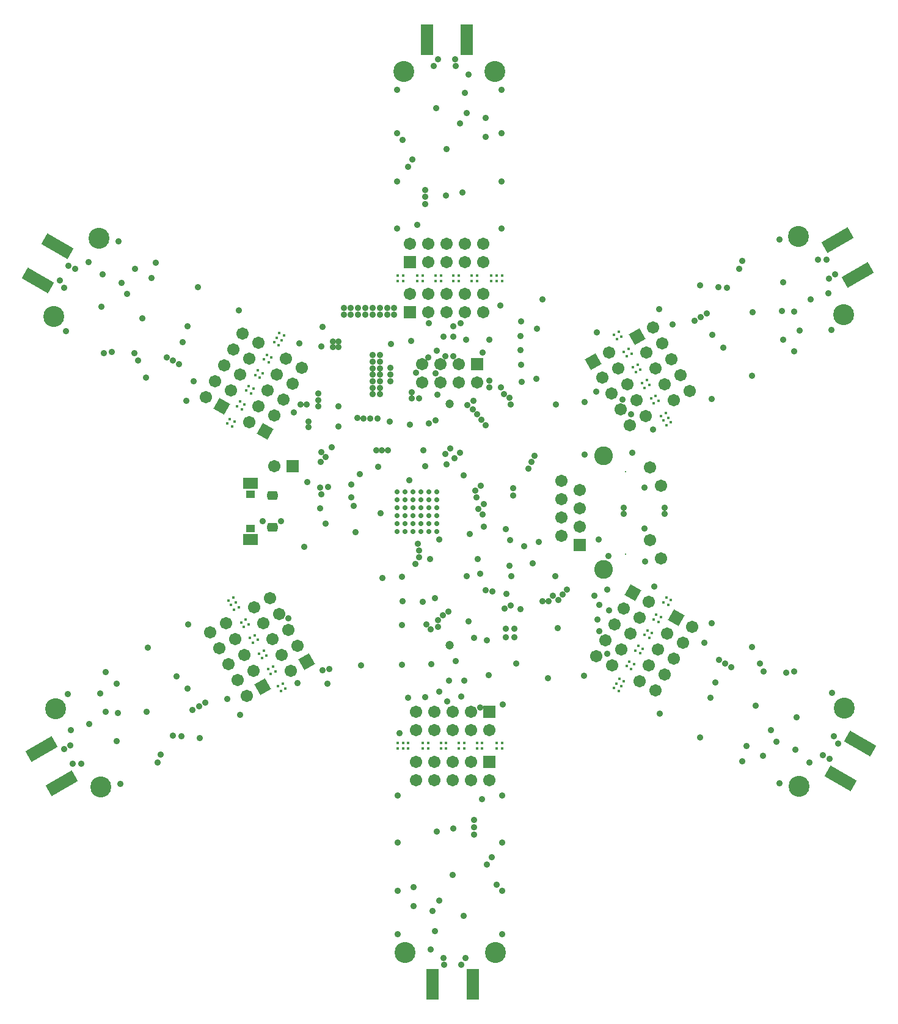
<source format=gbs>
G04 Layer_Color=16711935*
%FSLAX25Y25*%
%MOIN*%
G70*
G01*
G75*
%ADD78C,0.01575*%
G04:AMPARAMS|DCode=116|XSize=67.06mil|YSize=165.48mil|CornerRadius=0mil|HoleSize=0mil|Usage=FLASHONLY|Rotation=60.000|XOffset=0mil|YOffset=0mil|HoleType=Round|Shape=Rectangle|*
%AMROTATEDRECTD116*
4,1,4,0.05489,-0.07041,-0.08842,0.01233,-0.05489,0.07041,0.08842,-0.01233,0.05489,-0.07041,0.0*
%
%ADD116ROTATEDRECTD116*%

%ADD117R,0.06706X0.16548*%
G04:AMPARAMS|DCode=118|XSize=67.06mil|YSize=165.48mil|CornerRadius=0mil|HoleSize=0mil|Usage=FLASHONLY|Rotation=300.000|XOffset=0mil|YOffset=0mil|HoleType=Round|Shape=Rectangle|*
%AMROTATEDRECTD118*
4,1,4,-0.08842,-0.01233,0.05489,0.07041,0.08842,0.01233,-0.05489,-0.07041,-0.08842,-0.01233,0.0*
%
%ADD118ROTATEDRECTD118*%

%ADD144C,0.06706*%
%ADD145P,0.09483X4X165.0*%
%ADD146P,0.09483X4X105.0*%
%ADD147R,0.06706X0.06706*%
%ADD148C,0.00800*%
%ADD149C,0.10249*%
%ADD150R,0.06706X0.06706*%
%ADD151R,0.04737X0.04147*%
G04:AMPARAMS|DCode=152|XSize=57.21mil|YSize=49.34mil|CornerRadius=14.34mil|HoleSize=0mil|Usage=FLASHONLY|Rotation=180.000|XOffset=0mil|YOffset=0mil|HoleType=Round|Shape=RoundedRectangle|*
%AMROUNDEDRECTD152*
21,1,0.05721,0.02067,0,0,180.0*
21,1,0.02854,0.04934,0,0,180.0*
1,1,0.02867,-0.01427,0.01034*
1,1,0.02867,0.01427,0.01034*
1,1,0.02867,0.01427,-0.01034*
1,1,0.02867,-0.01427,-0.01034*
%
%ADD152ROUNDEDRECTD152*%
%ADD153R,0.08280X0.06213*%
%ADD154C,0.04737*%
%ADD155C,0.02769*%
%ADD156C,0.03556*%
%ADD157C,0.11430*%
D78*
X-121490Y48187D02*
D03*
X-120014Y50744D02*
D03*
X-118933Y46711D02*
D03*
X-117457Y49268D02*
D03*
X-113520Y56087D02*
D03*
X-112043Y58644D02*
D03*
X-116077Y57564D02*
D03*
X-114600Y60121D02*
D03*
X-109679Y68645D02*
D03*
X-111155Y66088D02*
D03*
X-108598Y64611D02*
D03*
X-107122Y67168D02*
D03*
X-104758Y77169D02*
D03*
X-106234Y74611D02*
D03*
X-103677Y73135D02*
D03*
X-102201Y75692D02*
D03*
X-95900Y92511D02*
D03*
X-94423Y95069D02*
D03*
X-92947Y97626D02*
D03*
X-90390Y96149D02*
D03*
X-91866Y93592D02*
D03*
X-93342Y91035D02*
D03*
X-101313Y83135D02*
D03*
X-99837Y85692D02*
D03*
X-98756Y81659D02*
D03*
X-97279Y84216D02*
D03*
X-28543Y128937D02*
D03*
X-25591D02*
D03*
X-28543Y125984D02*
D03*
X-25591D02*
D03*
X-17717D02*
D03*
X-14764D02*
D03*
X-17717Y128937D02*
D03*
X-14764D02*
D03*
X-4921D02*
D03*
X-7874D02*
D03*
Y125984D02*
D03*
X-4921D02*
D03*
X4921Y128937D02*
D03*
X1969D02*
D03*
Y125984D02*
D03*
X4921D02*
D03*
X22638Y128937D02*
D03*
X25591D02*
D03*
X28543D02*
D03*
Y125984D02*
D03*
X25591D02*
D03*
X22638D02*
D03*
X11811Y128937D02*
D03*
X14764D02*
D03*
X11811Y125984D02*
D03*
X14764D02*
D03*
X92183Y98196D02*
D03*
X93660Y95639D02*
D03*
X89626Y96719D02*
D03*
X91103Y94162D02*
D03*
X95040Y87343D02*
D03*
X96516Y84786D02*
D03*
X97597Y88819D02*
D03*
X99073Y86262D02*
D03*
X103994Y77738D02*
D03*
X102518Y80296D02*
D03*
X99961Y78819D02*
D03*
X101437Y76262D02*
D03*
X108916Y69215D02*
D03*
X107439Y71772D02*
D03*
X104882Y70295D02*
D03*
X106359Y67738D02*
D03*
X117774Y53872D02*
D03*
X119250Y51315D02*
D03*
X120727Y48757D02*
D03*
X118169Y47281D02*
D03*
X116693Y49838D02*
D03*
X115217Y52395D02*
D03*
X112361Y63248D02*
D03*
X113837Y60691D02*
D03*
X109803Y61772D02*
D03*
X111280Y59214D02*
D03*
X96428Y-84208D02*
D03*
X97904Y-81651D02*
D03*
X98985Y-85684D02*
D03*
X100462Y-83127D02*
D03*
X92491Y-91027D02*
D03*
X91015Y-93584D02*
D03*
X89538Y-96141D02*
D03*
X92096Y-97618D02*
D03*
X93572Y-95061D02*
D03*
X95048Y-92503D02*
D03*
X101349Y-75684D02*
D03*
X102826Y-73127D02*
D03*
X105383Y-74603D02*
D03*
X103907Y-77160D02*
D03*
X106271Y-67160D02*
D03*
X107747Y-64603D02*
D03*
X110304Y-66079D02*
D03*
X108828Y-68637D02*
D03*
X113749Y-60113D02*
D03*
X115225Y-57556D02*
D03*
X111192Y-58636D02*
D03*
X112668Y-56079D02*
D03*
X116605Y-49260D02*
D03*
X118082Y-46703D02*
D03*
X119162Y-50736D02*
D03*
X120639Y-48179D02*
D03*
X-111319Y-58801D02*
D03*
X-109843Y-61358D02*
D03*
X-113876Y-60277D02*
D03*
X-112400Y-62834D02*
D03*
X-115256Y-51982D02*
D03*
X-116732Y-49425D02*
D03*
X-118209Y-46867D02*
D03*
X-120766Y-48344D02*
D03*
X-119290Y-50901D02*
D03*
X-117813Y-53458D02*
D03*
X-106398Y-67325D02*
D03*
X-104921Y-69882D02*
D03*
X-107478Y-71358D02*
D03*
X-108955Y-68801D02*
D03*
X-101476Y-75849D02*
D03*
X-100000Y-78406D02*
D03*
X-102557Y-79882D02*
D03*
X-104034Y-77325D02*
D03*
X-99112Y-85849D02*
D03*
X-97636Y-88406D02*
D03*
X-96555Y-84373D02*
D03*
X-95079Y-86930D02*
D03*
X-91142Y-93749D02*
D03*
X-89665Y-96306D02*
D03*
X-93699Y-95225D02*
D03*
X-92222Y-97782D02*
D03*
X28543Y-128937D02*
D03*
X25591D02*
D03*
X28543Y-125984D02*
D03*
X25591D02*
D03*
X17717D02*
D03*
X14764D02*
D03*
X17717Y-128937D02*
D03*
X14764D02*
D03*
X4921D02*
D03*
X7874D02*
D03*
Y-125984D02*
D03*
X4921D02*
D03*
X-4921Y-128937D02*
D03*
X-1969D02*
D03*
Y-125984D02*
D03*
X-4921D02*
D03*
X-22638Y-128937D02*
D03*
X-25591D02*
D03*
X-28543D02*
D03*
Y-125984D02*
D03*
X-25591D02*
D03*
X-22638D02*
D03*
X-11811Y-128937D02*
D03*
X-14764D02*
D03*
X-11811Y-125984D02*
D03*
X-14764D02*
D03*
D116*
X-224924Y126138D02*
D03*
X-214019Y145027D02*
D03*
X224058Y-126453D02*
D03*
X213153Y-145342D02*
D03*
D117*
X12402Y-257835D02*
D03*
X-9409D02*
D03*
X9252Y257638D02*
D03*
X-12559D02*
D03*
D118*
X211697Y148272D02*
D03*
X222603Y129383D02*
D03*
X-211696Y-148197D02*
D03*
X-222602Y-129308D02*
D03*
D144*
X-106889Y-52091D02*
D03*
X-98228Y-47091D02*
D03*
X-101889Y-60751D02*
D03*
X-93228Y-55752D02*
D03*
X-96889Y-69412D02*
D03*
X-88228Y-64412D02*
D03*
X-91889Y-78072D02*
D03*
X-83228Y-73072D02*
D03*
X-86889Y-86732D02*
D03*
X-130755Y-65871D02*
D03*
X-122095Y-60871D02*
D03*
X-125755Y-74531D02*
D03*
X-117095Y-69531D02*
D03*
X-120755Y-83191D02*
D03*
X-112095Y-78191D02*
D03*
X-115755Y-91852D02*
D03*
X-107095Y-86852D02*
D03*
X-110755Y-100512D02*
D03*
X-113157Y97205D02*
D03*
X-104497Y92205D02*
D03*
X-118157Y88544D02*
D03*
X-109497Y83544D02*
D03*
X-123157Y79884D02*
D03*
X-114497Y74884D02*
D03*
X-128157Y71224D02*
D03*
X-119497Y66224D02*
D03*
X-133157Y62564D02*
D03*
X-18425Y-146575D02*
D03*
Y-136575D02*
D03*
X-8425Y-146575D02*
D03*
X-8425Y-136575D02*
D03*
X1575Y-146575D02*
D03*
Y-136575D02*
D03*
X11575Y-146575D02*
D03*
Y-136575D02*
D03*
X21575Y-146575D02*
D03*
X112291Y-97520D02*
D03*
X103631Y-92520D02*
D03*
X117291Y-88859D02*
D03*
X108631Y-83859D02*
D03*
X122291Y-80199D02*
D03*
X113631Y-75199D02*
D03*
X127291Y-71539D02*
D03*
X118631Y-66539D02*
D03*
X132291Y-62879D02*
D03*
X130757Y65945D02*
D03*
X122096Y60945D02*
D03*
X125757Y74605D02*
D03*
X117096Y69605D02*
D03*
X120757Y83265D02*
D03*
X112096Y78265D02*
D03*
X115757Y91926D02*
D03*
X107096Y86926D02*
D03*
X110757Y100586D02*
D03*
X-89290Y83425D02*
D03*
X-80630Y78425D02*
D03*
X-94290Y74765D02*
D03*
X-85630Y69765D02*
D03*
X-99290Y66105D02*
D03*
X-90630Y61105D02*
D03*
X-104290Y57444D02*
D03*
X-95630Y52444D02*
D03*
X-109290Y48784D02*
D03*
X-18425Y-119016D02*
D03*
Y-109016D02*
D03*
X-8425Y-119016D02*
D03*
Y-109016D02*
D03*
X1575Y-119016D02*
D03*
Y-109016D02*
D03*
X11575Y-119016D02*
D03*
Y-109016D02*
D03*
X21575Y-119016D02*
D03*
X88424Y-83740D02*
D03*
X79764Y-78740D02*
D03*
X93424Y-75080D02*
D03*
X84764Y-70080D02*
D03*
X98424Y-66420D02*
D03*
X89764Y-61420D02*
D03*
X103424Y-57759D02*
D03*
X94764Y-52759D02*
D03*
X108424Y-49099D02*
D03*
X106890Y52165D02*
D03*
X98229Y47165D02*
D03*
X101890Y60826D02*
D03*
X93230Y55826D02*
D03*
X96890Y69486D02*
D03*
X88230Y64486D02*
D03*
X91890Y78146D02*
D03*
X83230Y73146D02*
D03*
X86890Y86806D02*
D03*
X-21732Y118819D02*
D03*
X-11732Y108819D02*
D03*
X-11732Y118819D02*
D03*
X-1732Y108819D02*
D03*
Y118819D02*
D03*
X8268Y108819D02*
D03*
Y118819D02*
D03*
X18268Y108819D02*
D03*
Y118819D02*
D03*
X-21732Y146378D02*
D03*
X-11732Y136378D02*
D03*
X-11732Y146378D02*
D03*
X-1732Y136378D02*
D03*
Y146378D02*
D03*
X8268Y136378D02*
D03*
Y146378D02*
D03*
X18268Y136378D02*
D03*
Y146378D02*
D03*
X-95630Y24961D02*
D03*
X14764Y70709D02*
D03*
X4764Y80709D02*
D03*
Y70709D02*
D03*
X-5236Y80709D02*
D03*
Y70709D02*
D03*
X-15236Y80709D02*
D03*
Y70709D02*
D03*
X109370Y24409D02*
D03*
X115354Y-25394D02*
D03*
X109370Y-15394D02*
D03*
X115354Y14409D02*
D03*
X61063Y17008D02*
D03*
Y7008D02*
D03*
Y-2992D02*
D03*
Y-12992D02*
D03*
X71063Y2008D02*
D03*
Y-7992D02*
D03*
Y12008D02*
D03*
D145*
X-78228Y-81732D02*
D03*
X-102095Y-95512D02*
D03*
X102096Y95586D02*
D03*
X78229Y81806D02*
D03*
D146*
X-124497Y57564D02*
D03*
X123631Y-57879D02*
D03*
X-100630Y43784D02*
D03*
X99764Y-44099D02*
D03*
D147*
X21575Y-136575D02*
D03*
Y-109016D02*
D03*
X-21732Y108819D02*
D03*
Y136378D02*
D03*
X-85630Y24961D02*
D03*
X14764Y80709D02*
D03*
D148*
X96063Y22008D02*
D03*
Y-22992D02*
D03*
D149*
X84055Y30512D02*
D03*
Y-31496D02*
D03*
D150*
X71063Y-17992D02*
D03*
D151*
X-108661Y-9154D02*
D03*
Y9547D02*
D03*
D152*
X-96850Y-8563D02*
D03*
Y8957D02*
D03*
D153*
X-108661Y-15059D02*
D03*
Y15453D02*
D03*
D154*
X0Y-72835D02*
D03*
Y59055D02*
D03*
D155*
X-28740Y10827D02*
D03*
X-24409D02*
D03*
X-20079D02*
D03*
X-15748D02*
D03*
X-11417D02*
D03*
X-7087D02*
D03*
X-28740Y6496D02*
D03*
X-24409D02*
D03*
X-20079D02*
D03*
X-15748D02*
D03*
X-11417D02*
D03*
X-7087D02*
D03*
X-28740Y2165D02*
D03*
X-24409D02*
D03*
X-20079D02*
D03*
X-15748D02*
D03*
X-11417D02*
D03*
X-7087D02*
D03*
X-28740Y-2165D02*
D03*
X-24409D02*
D03*
X-20079D02*
D03*
X-15748D02*
D03*
X-11417D02*
D03*
X-7087D02*
D03*
X-28740Y-6496D02*
D03*
X-24409D02*
D03*
X-20079D02*
D03*
X-15748D02*
D03*
X-11417D02*
D03*
X-7087D02*
D03*
X-28740Y-10827D02*
D03*
X-24409D02*
D03*
X-20079D02*
D03*
X-15748D02*
D03*
X-11417D02*
D03*
X-7087D02*
D03*
D156*
X10912Y-12189D02*
D03*
X-11535Y48386D02*
D03*
X-21654Y47677D02*
D03*
X140325Y108111D02*
D03*
X136916Y106142D02*
D03*
X153592Y-84724D02*
D03*
X146773Y-80787D02*
D03*
X150183Y-82755D02*
D03*
X57835Y58465D02*
D03*
X33189D02*
D03*
X32559Y62126D02*
D03*
X29724Y64370D02*
D03*
X27992Y67756D02*
D03*
X47323Y72520D02*
D03*
X46291Y30491D02*
D03*
X17008Y14095D02*
D03*
X44528Y27244D02*
D03*
X13780Y11654D02*
D03*
X14685Y8071D02*
D03*
X18504Y4331D02*
D03*
X34449Y9055D02*
D03*
X34420Y12795D02*
D03*
X17913Y-1378D02*
D03*
X18536Y-8162D02*
D03*
X15551Y1575D02*
D03*
X42756Y23425D02*
D03*
X38740Y103858D02*
D03*
X38661Y96063D02*
D03*
X38583Y88346D02*
D03*
X38819Y80276D02*
D03*
X-70157Y32480D02*
D03*
X-21969Y17244D02*
D03*
X79Y34488D02*
D03*
X5433Y32362D02*
D03*
X-39252Y24685D02*
D03*
X7677Y19842D02*
D03*
X-39449Y50984D02*
D03*
X-25787Y-48740D02*
D03*
X-26102Y-35315D02*
D03*
X-8133Y-47146D02*
D03*
X-5692Y-14961D02*
D03*
X-37716Y-787D02*
D03*
X-52284Y3150D02*
D03*
X-67716Y-6299D02*
D03*
X21669Y93878D02*
D03*
X-32047Y91535D02*
D03*
X-2453Y31740D02*
D03*
X12677Y56024D02*
D03*
X38661Y-53031D02*
D03*
X30433Y-9567D02*
D03*
X23071Y-43464D02*
D03*
X9134Y-34921D02*
D03*
X-70590Y27126D02*
D03*
X-64567Y35157D02*
D03*
X19488Y-42598D02*
D03*
X33307Y-51221D02*
D03*
X-13465Y167874D02*
D03*
X-7559Y220236D02*
D03*
X5525Y211870D02*
D03*
X19646Y204527D02*
D03*
X9370Y217520D02*
D03*
X-13465Y175748D02*
D03*
X-22913Y188346D02*
D03*
X-13465Y171811D02*
D03*
X-25827Y203071D02*
D03*
X19646Y215039D02*
D03*
X10158Y238701D02*
D03*
X40551Y-18701D02*
D03*
X-18307Y75787D02*
D03*
X36076Y-82724D02*
D03*
X157807Y132478D02*
D03*
X206655Y119130D02*
D03*
X190908Y99082D02*
D03*
X146512Y122593D02*
D03*
X133506Y104174D02*
D03*
X181806Y125241D02*
D03*
X187918Y109221D02*
D03*
X181103Y109727D02*
D03*
X181805Y93826D02*
D03*
X183436Y-87679D02*
D03*
X196300Y-136657D02*
D03*
X171064Y-133044D02*
D03*
X169227Y-82840D02*
D03*
X189167Y-112082D02*
D03*
X178350Y-125385D02*
D03*
X175380Y-119230D02*
D03*
X161961Y-127788D02*
D03*
X25669Y-203268D02*
D03*
X-10315Y-238898D02*
D03*
X-19803Y-215236D02*
D03*
X22756Y-188543D02*
D03*
X13307Y-168071D02*
D03*
Y-172008D02*
D03*
Y-175945D02*
D03*
X7402Y-220433D02*
D03*
X-9528Y-217717D02*
D03*
X-5682Y-212067D02*
D03*
X-19803Y-204724D02*
D03*
X-157806Y-132404D02*
D03*
X-206654Y-119056D02*
D03*
X-190907Y-99008D02*
D03*
X-146511Y-122519D02*
D03*
X-133505Y-104100D02*
D03*
X-136915Y-106068D02*
D03*
X-140324Y-108037D02*
D03*
X-181805Y-125166D02*
D03*
X-187917Y-109147D02*
D03*
X-181102Y-109652D02*
D03*
X-181803Y-93752D02*
D03*
X-184302Y87364D02*
D03*
X-197166Y136343D02*
D03*
X-171931Y132729D02*
D03*
X-170093Y82525D02*
D03*
X-147639Y80472D02*
D03*
X-151049Y82440D02*
D03*
X-154458Y84409D02*
D03*
X-190033Y111767D02*
D03*
X-179216Y125070D02*
D03*
X-176246Y118915D02*
D03*
X-162827Y127473D02*
D03*
X-3543Y95748D02*
D03*
X2677Y29331D02*
D03*
X-709Y-54370D02*
D03*
X-3701Y-56496D02*
D03*
X5945Y102795D02*
D03*
X-69449Y-86496D02*
D03*
X-66693Y-93661D02*
D03*
X1850Y101221D02*
D03*
X1811Y95630D02*
D03*
X-11654Y84370D02*
D03*
X1811Y85000D02*
D03*
X-7087Y87756D02*
D03*
X-2283Y85000D02*
D03*
X-69960Y90394D02*
D03*
X-69567Y100945D02*
D03*
X-21181Y93386D02*
D03*
X-65669Y-85669D02*
D03*
X-1811Y25827D02*
D03*
X16457Y-106659D02*
D03*
X-67795Y29803D02*
D03*
X-43386Y50866D02*
D03*
X-47037Y50984D02*
D03*
X-50590Y51220D02*
D03*
X78976Y-45630D02*
D03*
X81417Y-50748D02*
D03*
X80590Y-58740D02*
D03*
X86772Y-53858D02*
D03*
X-315Y-91929D02*
D03*
X-16850Y-21024D02*
D03*
X-17323Y-17441D02*
D03*
X-70866Y1969D02*
D03*
X-66417Y13504D02*
D03*
X-70079Y9567D02*
D03*
X-70866Y13110D02*
D03*
X-53819Y14764D02*
D03*
X-77716Y16378D02*
D03*
X14921Y53110D02*
D03*
X9685Y58386D02*
D03*
X-10000Y-83031D02*
D03*
X7795Y-91929D02*
D03*
X-10276Y-64016D02*
D03*
X-6378Y-59173D02*
D03*
X-12874Y-61535D02*
D03*
X-6378Y-62756D02*
D03*
X21669Y67888D02*
D03*
Y71657D02*
D03*
X19410Y47362D02*
D03*
X17087Y50118D02*
D03*
X29055Y-104960D02*
D03*
X-18622Y-28307D02*
D03*
X-16732Y-24606D02*
D03*
X16614Y-33740D02*
D03*
X33616Y-35146D02*
D03*
X45118Y-28110D02*
D03*
X32559Y-29252D02*
D03*
X-32283Y74803D02*
D03*
Y78740D02*
D03*
Y71260D02*
D03*
X-38189Y74803D02*
D03*
X-42126D02*
D03*
X-38189Y78347D02*
D03*
X-42126D02*
D03*
X-38189Y81890D02*
D03*
X-42126D02*
D03*
X-38189Y85433D02*
D03*
X-42126D02*
D03*
Y71260D02*
D03*
X-38189D02*
D03*
Y67716D02*
D03*
X-42126D02*
D03*
Y64173D02*
D03*
X-38189D02*
D03*
X-20866Y65354D02*
D03*
Y61811D02*
D03*
X-16929D02*
D03*
X-57874Y107480D02*
D03*
X-53937D02*
D03*
X-50000D02*
D03*
X-46063D02*
D03*
X-42126D02*
D03*
X-38189D02*
D03*
X-34252D02*
D03*
X-30315D02*
D03*
Y111417D02*
D03*
X-34252D02*
D03*
X-38189D02*
D03*
X-42126D02*
D03*
X-46063D02*
D03*
X-50000D02*
D03*
X-53937D02*
D03*
X-57874D02*
D03*
X-71653Y64567D02*
D03*
Y61024D02*
D03*
Y57480D02*
D03*
X-63779Y89764D02*
D03*
X-60630D02*
D03*
Y92913D02*
D03*
X-63779D02*
D03*
X8071Y228543D02*
D03*
X-20276Y192126D02*
D03*
X-17717Y156496D02*
D03*
X6890Y174213D02*
D03*
X-6299Y247047D02*
D03*
X2953D02*
D03*
X-8661Y243110D02*
D03*
X3150D02*
D03*
X-28740Y230315D02*
D03*
X28150D02*
D03*
X-28740Y206693D02*
D03*
X28150D02*
D03*
Y180118D02*
D03*
X-28740D02*
D03*
X28150Y154528D02*
D03*
X-28740D02*
D03*
X-1969Y172441D02*
D03*
X-1772Y197835D02*
D03*
X165290Y109033D02*
D03*
X143201Y96507D02*
D03*
X114301Y110735D02*
D03*
X142746Y61467D02*
D03*
X136463Y123530D02*
D03*
X164908Y74262D02*
D03*
X187923Y87550D02*
D03*
X159478Y136818D02*
D03*
X208380Y99361D02*
D03*
X179935Y148629D02*
D03*
X206961Y127409D02*
D03*
X201055Y137637D02*
D03*
X210272Y129548D02*
D03*
X205646Y137560D02*
D03*
X149164Y89721D02*
D03*
X121518Y102172D02*
D03*
X151095Y122204D02*
D03*
X196806Y115864D02*
D03*
X-167731Y105573D02*
D03*
X-145838Y92706D02*
D03*
X-143711Y60564D02*
D03*
X-115266Y109832D02*
D03*
X-165873Y73360D02*
D03*
X-137428Y122628D02*
D03*
X-160442Y135915D02*
D03*
X-188887Y86647D02*
D03*
X-180900Y147726D02*
D03*
X-209345Y98458D02*
D03*
X-204481Y132473D02*
D03*
X-210386Y122244D02*
D03*
X-207989Y134271D02*
D03*
X-212615Y126259D02*
D03*
X-142944Y101263D02*
D03*
X-139904Y71095D02*
D03*
X-172040Y86694D02*
D03*
X-189405Y129452D02*
D03*
X-196806Y-115785D02*
D03*
X-151095Y-122125D02*
D03*
X-121518Y-102094D02*
D03*
X-149164Y-89642D02*
D03*
X-205646Y-137481D02*
D03*
X-210272Y-129469D02*
D03*
X-201056Y-137559D02*
D03*
X-206961Y-127330D02*
D03*
X-179935Y-148550D02*
D03*
X-208380Y-99282D02*
D03*
X-159478Y-136739D02*
D03*
X-187923Y-87471D02*
D03*
X-164908Y-74183D02*
D03*
X-136463Y-123451D02*
D03*
X-142746Y-61388D02*
D03*
X-114301Y-110656D02*
D03*
X-143201Y-96428D02*
D03*
X-165290Y-108954D02*
D03*
X-8228Y-228740D02*
D03*
X20118Y-192323D02*
D03*
X17559Y-156693D02*
D03*
X-7047Y-174409D02*
D03*
X6142Y-247244D02*
D03*
X-3110D02*
D03*
X8504Y-243307D02*
D03*
X-3307D02*
D03*
X28583Y-230512D02*
D03*
X-28307D02*
D03*
X28583Y-206890D02*
D03*
X-28307D02*
D03*
Y-180315D02*
D03*
X28583D02*
D03*
X-28307Y-154724D02*
D03*
X28583D02*
D03*
X1811Y-172638D02*
D03*
X1614Y-198031D02*
D03*
X188539Y-129766D02*
D03*
X171174Y-87009D02*
D03*
X139038Y-71410D02*
D03*
X142077Y-101578D02*
D03*
X211749Y-126574D02*
D03*
X207122Y-134586D02*
D03*
X209520Y-122559D02*
D03*
X203614Y-132788D02*
D03*
X208478Y-98773D02*
D03*
X180034Y-148041D02*
D03*
X188021Y-86962D02*
D03*
X159576Y-136230D02*
D03*
X136562Y-122943D02*
D03*
X165007Y-73675D02*
D03*
X114400Y-110147D02*
D03*
X142845Y-60879D02*
D03*
X144972Y-93021D02*
D03*
X166865Y-105888D02*
D03*
X50433Y-48661D02*
D03*
X61457Y-45039D02*
D03*
X56102Y-45591D02*
D03*
X54016Y-48661D02*
D03*
X59346Y-48016D02*
D03*
X58839Y-63327D02*
D03*
X-14846Y-49245D02*
D03*
X53681Y-90886D02*
D03*
X21358Y-89016D02*
D03*
X-92185Y-4921D02*
D03*
X-36654Y-36142D02*
D03*
X30758Y-44882D02*
D03*
X30709Y-68504D02*
D03*
X35236D02*
D03*
Y-63779D02*
D03*
X73169Y-89567D02*
D03*
X-13327Y-101142D02*
D03*
X-26260Y-83484D02*
D03*
X-22736Y-101339D02*
D03*
X33051Y-15531D02*
D03*
X48524Y-16260D02*
D03*
X13271Y-68797D02*
D03*
X30709Y-63779D02*
D03*
X20394Y-69961D02*
D03*
X29816Y-52740D02*
D03*
X57638Y-35079D02*
D03*
X111004Y44921D02*
D03*
X-7835Y49961D02*
D03*
X27520Y112736D02*
D03*
X12933Y60571D02*
D03*
X-6813Y63796D02*
D03*
X79862Y65551D02*
D03*
X73622Y60039D02*
D03*
X-82224Y92028D02*
D03*
X-60610Y46555D02*
D03*
X-77185Y49291D02*
D03*
X-85061Y54364D02*
D03*
X-78228Y58425D02*
D03*
X-32658Y49350D02*
D03*
X-11535Y102835D02*
D03*
X-60748Y57638D02*
D03*
X-7776Y75709D02*
D03*
X-10630Y-25709D02*
D03*
X15354D02*
D03*
X106614Y-26988D02*
D03*
X-48996Y20571D02*
D03*
X17953Y87008D02*
D03*
X47461Y100079D02*
D03*
X80374Y97776D02*
D03*
X50591Y115847D02*
D03*
X39075Y70866D02*
D03*
X106378Y13406D02*
D03*
Y-8917D02*
D03*
X86594Y-23937D02*
D03*
X81299Y-15059D02*
D03*
X73642Y31319D02*
D03*
X111594Y-40591D02*
D03*
X81437Y-64921D02*
D03*
X85807Y-77382D02*
D03*
X-83248Y-93465D02*
D03*
X-27323Y-120630D02*
D03*
X-48307Y-83878D02*
D03*
X-26260Y-61732D02*
D03*
X3366Y-81319D02*
D03*
X10295Y-59587D02*
D03*
X-51496Y-11122D02*
D03*
X-53839Y7933D02*
D03*
X-14429Y33504D02*
D03*
X-13583Y24980D02*
D03*
X-77126Y46299D02*
D03*
X-102224Y-5000D02*
D03*
X-81496Y58425D02*
D03*
X94764Y2185D02*
D03*
X117205Y2224D02*
D03*
X94902Y-1181D02*
D03*
X117244Y-1142D02*
D03*
X99429Y32342D02*
D03*
X99055Y53091D02*
D03*
X94075Y61398D02*
D03*
X8839Y93878D02*
D03*
X-40177Y33622D02*
D03*
X-36949D02*
D03*
X-33720D02*
D03*
X-79370Y-19134D02*
D03*
X6319Y-100728D02*
D03*
X-1476Y-103563D02*
D03*
X-5709Y-98071D02*
D03*
X-88169Y-58209D02*
D03*
X63957Y-42264D02*
D03*
X85807Y-42500D02*
D03*
D157*
X24409Y240158D02*
D03*
X-25000D02*
D03*
X190329Y150311D02*
D03*
X215034Y107521D02*
D03*
X-215998Y106618D02*
D03*
X-191294Y149408D02*
D03*
X-215034Y-107442D02*
D03*
X-190329Y-150232D02*
D03*
X-24567Y-240354D02*
D03*
X24843D02*
D03*
X190427Y-149723D02*
D03*
X215132Y-106933D02*
D03*
M02*

</source>
